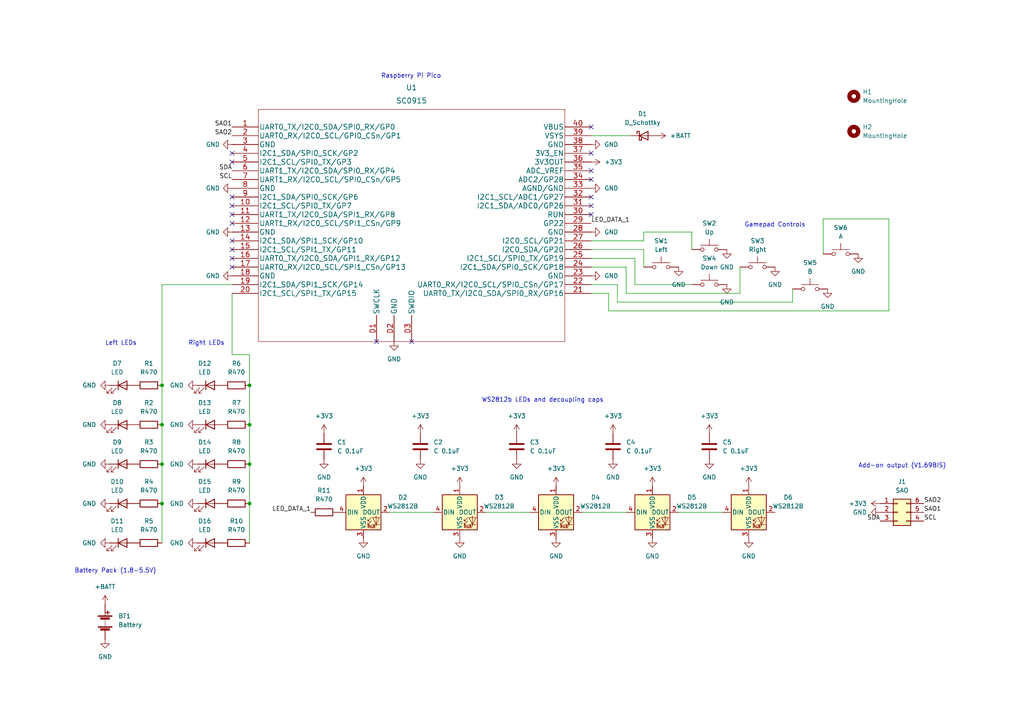
<source format=kicad_sch>
(kicad_sch (version 20211123) (generator eeschema)
  (paper "A4")
  (title_block (title "Molly the Mermaid") (rev "1.4") (company "GalaxyAllie"))
  (lib_symbols
    (symbol "Connector_Generic:Conn_02x03_Counter_Clockwise" (pin_names (offset 1.016) hide)
      (property "Reference" "J" (at 1.27 5.08 0))
      (property "Value" "Conn_02x03_Counter_Clockwise" (at 1.27 -5.08 0))
      (symbol "Conn_02x03_Counter_Clockwise_1_1"
        (rectangle (start -1.27 -2.413) (end 0 -2.667) (stroke (width 0.1524)))
        (rectangle (start -1.27 0.127) (end 0 -0.127) (stroke (width 0.1524)))
        (rectangle (start -1.27 2.667) (end 0 2.413) (stroke (width 0.1524)))
        (rectangle (start -1.27 3.81) (end 3.81 -3.81) (stroke (width 0.254)) (fill (type background)))
        (rectangle (start 3.81 -2.413) (end 2.54 -2.667) (stroke (width 0.1524)))
        (rectangle (start 3.81 0.127) (end 2.54 -0.127) (stroke (width 0.1524)))
        (rectangle (start 3.81 2.667) (end 2.54 2.413) (stroke (width 0.1524)))
        (pin passive line (at -5.08 2.54 0) (length 3.81) (name "Pin_1") (number "1"))
        (pin passive line (at -5.08 0 0) (length 3.81) (name "Pin_2") (number "2"))
        (pin passive line (at -5.08 -2.54 0) (length 3.81) (name "Pin_3") (number "3"))
        (pin passive line (at 7.62 -2.54 180) (length 3.81) (name "Pin_4") (number "4"))
        (pin passive line (at 7.62 0 180) (length 3.81) (name "Pin_5") (number "5"))
        (pin passive line (at 7.62 2.54 180) (length 3.81) (name "Pin_6") (number "6"))
      )
    )
    (symbol "Device:Battery" (pin_numbers hide) (pin_names (offset 0) hide)
      (property "Reference" "BT" (at 2.54 2.54 0))
      (property "Value" "Battery" (at 2.54 0 0))
      (symbol "Battery_0_1"
        (rectangle (start -2.032 -1.397) (end 2.032 -1.651) (fill (type outline)))
        (rectangle (start -2.032 1.778) (end 2.032 1.524) (fill (type outline)))
        (rectangle (start -1.3208 -1.9812) (end 1.27 -2.4892) (fill (type outline)))
        (rectangle (start -1.3208 1.1938) (end 1.27 0.6858) (fill (type outline)))
        (polyline (pts (xy 0 -1.524) (xy 0 -1.27)))
        (polyline (pts (xy 0 -1.016) (xy 0 -0.762)))
        (polyline (pts (xy 0 -0.508) (xy 0 -0.254)))
        (polyline (pts (xy 0 0) (xy 0 0.254)))
        (polyline (pts (xy 0 0.508) (xy 0 0.762)))
        (polyline (pts (xy 0 1.778) (xy 0 2.54)))
        (polyline (pts (xy 0.254 2.667) (xy 1.27 2.667)) (stroke (width 0.254)))
        (polyline (pts (xy 0.762 3.175) (xy 0.762 2.159)) (stroke (width 0.254)))
      )
      (symbol "Battery_1_1"
        (pin passive line (at 0 5.08 270) (length 2.54) (name "+") (number "1"))
        (pin passive line (at 0 -5.08 90) (length 2.54) (name "-") (number "2"))
      )
    )
    (symbol "Device:C" (pin_numbers hide) (pin_names (offset 0.254))
      (property "Reference" "C" (at 0.635 2.54 0))
      (property "Value" "C" (at 0.635 -2.54 0))
      (symbol "C_0_1"
        (polyline (pts (xy -2.032 -0.762) (xy 2.032 -0.762)) (stroke (width 0.508)))
        (polyline (pts (xy -2.032 0.762) (xy 2.032 0.762)) (stroke (width 0.508)))
      )
      (symbol "C_1_1"
        (pin passive line (at 0 3.81 270) (length 2.794) (name "~") (number "1"))
        (pin passive line (at 0 -3.81 90) (length 2.794) (name "~") (number "2"))
      )
    )
    (symbol "Device:D_Schottky" (pin_numbers hide) (pin_names (offset 1.016) hide)
      (property "Reference" "D" (at 0 2.54 0))
      (property "Value" "D_Schottky" (at 0 -2.54 0))
      (symbol "D_Schottky_0_1"
        (polyline (pts (xy 1.27 0) (xy -1.27 0)))
        (polyline (pts (xy 1.27 1.27) (xy 1.27 -1.27) (xy -1.27 0) (xy 1.27 1.27)) (stroke (width 0.254)))
        (polyline (pts (xy -1.905 0.635) (xy -1.905 1.27) (xy -1.27 1.27) (xy -1.27 -1.27) (xy -0.635 -1.27) (xy -0.635 -0.635)) (stroke (width 0.254)))
      )
      (symbol "D_Schottky_1_1"
        (pin passive line (at -3.81 0 0) (length 2.54) (name "K") (number "1"))
        (pin passive line (at 3.81 0 180) (length 2.54) (name "A") (number "2"))
      )
    )
    (symbol "Device:LED" (pin_numbers hide) (pin_names (offset 1.016) hide)
      (property "Reference" "D" (at 0 2.54 0))
      (property "Value" "LED" (at 0 -2.54 0))
      (symbol "LED_0_1"
        (polyline (pts (xy -1.27 -1.27) (xy -1.27 1.27)) (stroke (width 0.254)))
        (polyline (pts (xy -1.27 0) (xy 1.27 0)))
        (polyline (pts (xy 1.27 -1.27) (xy 1.27 1.27) (xy -1.27 0) (xy 1.27 -1.27)) (stroke (width 0.254)))
        (polyline (pts (xy -3.048 -0.762) (xy -4.572 -2.286) (xy -3.81 -2.286) (xy -4.572 -2.286) (xy -4.572 -1.524)))
        (polyline (pts (xy -1.778 -0.762) (xy -3.302 -2.286) (xy -2.54 -2.286) (xy -3.302 -2.286) (xy -3.302 -1.524)))
      )
      (symbol "LED_1_1"
        (pin passive line (at -3.81 0 0) (length 2.54) (name "K") (number "1"))
        (pin passive line (at 3.81 0 180) (length 2.54) (name "A") (number "2"))
      )
    )
    (symbol "Device:R" (pin_numbers hide) (pin_names (offset 0))
      (property "Reference" "R" (at 2.032 0 90))
      (property "Value" "R" (at 0 0 90))
      (symbol "R_0_1"
        (rectangle (start -1.016 -2.54) (end 1.016 2.54) (stroke (width 0.254)))
      )
      (symbol "R_1_1"
        (pin passive line (at 0 3.81 270) (length 1.27) (name "~") (number "1"))
        (pin passive line (at 0 -3.81 90) (length 1.27) (name "~") (number "2"))
      )
    )
    (symbol "LED:WS2812B" (pin_names (offset 0.254))
      (property "Reference" "D" (at 5.08 5.715 0))
      (property "Value" "WS2812B" (at 1.27 -5.715 0))
      (symbol "WS2812B_0_0"
        (text "RGB" (at 2.286 -4.191 0) (effects (font (size 0.762 0.762))))
      )
      (symbol "WS2812B_0_1"
        (polyline (pts (xy 1.27 -3.556) (xy 1.778 -3.556)))
        (polyline (pts (xy 1.27 -2.54) (xy 1.778 -2.54)))
        (polyline (pts (xy 4.699 -3.556) (xy 2.667 -3.556)))
        (polyline (pts (xy 2.286 -2.54) (xy 1.27 -3.556) (xy 1.27 -3.048)))
        (polyline (pts (xy 2.286 -1.524) (xy 1.27 -2.54) (xy 1.27 -2.032)))
        (polyline (pts (xy 3.683 -1.016) (xy 3.683 -3.556) (xy 3.683 -4.064)))
        (polyline (pts (xy 4.699 -1.524) (xy 2.667 -1.524) (xy 3.683 -3.556) (xy 4.699 -1.524)))
        (rectangle (start 5.08 5.08) (end -5.08 -5.08) (stroke (width 0.254)) (fill (type background)))
      )
      (symbol "WS2812B_1_1"
        (pin power_in line (at 0 7.62 270) (length 2.54) (name "VDD") (number "1"))
        (pin output line (at 7.62 0 180) (length 2.54) (name "DOUT") (number "2"))
        (pin power_in line (at 0 -7.62 90) (length 2.54) (name "VSS") (number "3"))
        (pin input line (at -7.62 0 0) (length 2.54) (name "DIN") (number "4"))
      )
    )
    (symbol "Mechanical:MountingHole" (pin_names (offset 1.016))
      (property "Reference" "H" (at 0 5.08 0))
      (property "Value" "MountingHole" (at 0 3.175 0))
      (symbol "MountingHole_0_1"
        (circle (center 0 0) (radius 1.27) (stroke (width 1.27)))
      )
    )
    (symbol "Raspberry Pi Pico:SC0915" (pin_names (offset 0.254))
      (property "Reference" "U1" (at 52.07 11.43 0))
      (property "Value" "SC0915" (at 52.07 7.62 0))
      (symbol "SC0915_1_1"
        (polyline (pts (xy 7.62 -62.23) (xy 96.52 -62.23)) (stroke (width 0.127)))
        (polyline (pts (xy 7.62 5.08) (xy 7.62 -62.23)) (stroke (width 0.127)))
        (polyline (pts (xy 96.52 -62.23) (xy 96.52 5.08)) (stroke (width 0.127)))
        (polyline (pts (xy 96.52 5.08) (xy 7.62 5.08)) (stroke (width 0.127)))
        (pin bidirectional line (at 0 0 0) (length 7.62) (name "UART0_TX/I2C0_SDA/SPI0_RX/GP0") (number "1"))
        (pin bidirectional line (at 0 -22.86 0) (length 7.62) (name "I2C1_SCL/SPI0_TX/GP7") (number "10"))
        (pin bidirectional line (at 0 -25.4 0) (length 7.62) (name "UART1_TX/I2C0_SDA/SPI1_RX/GP8") (number "11"))
        (pin bidirectional line (at 0 -27.94 0) (length 7.62) (name "UART1_RX/I2C0_SCL/SPI1_CSn/GP9") (number "12"))
        (pin power_in line (at 0 -30.48 0) (length 7.62) (name "GND") (number "13"))
        (pin bidirectional line (at 0 -33.02 0) (length 7.62) (name "I2C1_SDA/SPI1_SCK/GP10") (number "14"))
        (pin bidirectional line (at 0 -35.56 0) (length 7.62) (name "I2C1_SCL/SPI1_TX/GP11") (number "15"))
        (pin bidirectional line (at 0 -38.1 0) (length 7.62) (name "UART0_TX/I2C0_SDA/GPI1_RX/GP12") (number "16"))
        (pin bidirectional line (at 0 -40.64 0) (length 7.62) (name "UART0_RX/I2C0_SCL/SPI1_CSn/GP13") (number "17"))
        (pin power_in line (at 0 -43.18 0) (length 7.62) (name "GND") (number "18"))
        (pin bidirectional line (at 0 -45.72 0) (length 7.62) (name "I2C1_SDA/SPI1_SCK/GP14") (number "19"))
        (pin bidirectional line (at 0 -2.54 0) (length 7.62) (name "UART0_RX/I2C0_SCL/GPI0_CSn/GP1") (number "2"))
        (pin bidirectional line (at 0 -48.26 0) (length 7.62) (name "I2C1_SCL/SPI1_TX/GP15") (number "20"))
        (pin bidirectional line (at 104.14 -48.26 180) (length 7.62) (name "UART0_TX/I2C0_SDA/SPI0_RX/GP16") (number "21"))
        (pin bidirectional line (at 104.14 -45.72 180) (length 7.62) (name "UART0_RX/I2C0_SCL/SPI0_CSn/GP17") (number "22"))
        (pin power_in line (at 104.14 -43.18 180) (length 7.62) (name "GND") (number "23"))
        (pin bidirectional line (at 104.14 -40.64 180) (length 7.62) (name "I2C1_SDA/SPI0_SCK/GP18") (number "24"))
        (pin bidirectional line (at 104.14 -38.1 180) (length 7.62) (name "I2C1_SCL/SPI0_TX/GP19") (number "25"))
        (pin bidirectional line (at 104.14 -35.56 180) (length 7.62) (name "I2C0_SDA/GP20") (number "26"))
        (pin bidirectional line (at 104.14 -33.02 180) (length 7.62) (name "I2C0_SCL/GP21") (number "27"))
        (pin power_in line (at 104.14 -30.48 180) (length 7.62) (name "GND") (number "28"))
        (pin bidirectional line (at 104.14 -27.94 180) (length 7.62) (name "GP22") (number "29"))
        (pin power_in line (at 0 -5.08 0) (length 7.62) (name "GND") (number "3"))
        (pin unspecified line (at 104.14 -25.4 180) (length 7.62) (name "RUN") (number "30"))
        (pin bidirectional line (at 104.14 -22.86 180) (length 7.62) (name "I2C1_SDA/ADC0/GP26") (number "31"))
        (pin bidirectional line (at 104.14 -20.32 180) (length 7.62) (name "I2C1_SCL/ADC1/GP27") (number "32"))
        (pin power_in line (at 104.14 -17.78 180) (length 7.62) (name "AGND/GND") (number "33"))
        (pin bidirectional line (at 104.14 -15.24 180) (length 7.62) (name "ADC2/GP28") (number "34"))
        (pin power_in line (at 104.14 -12.7 180) (length 7.62) (name "ADC_VREF") (number "35"))
        (pin output line (at 104.14 -10.16 180) (length 7.62) (name "3V3OUT") (number "36"))
        (pin power_in line (at 104.14 -7.62 180) (length 7.62) (name "3V3_EN") (number "37"))
        (pin power_in line (at 104.14 -5.08 180) (length 7.62) (name "GND") (number "38"))
        (pin power_in line (at 104.14 -2.54 180) (length 7.62) (name "VSYS") (number "39"))
        (pin bidirectional line (at 0 -7.62 0) (length 7.62) (name "I2C1_SDA/SPI0_SCK/GP2") (number "4"))
        (pin power_in line (at 104.14 0 180) (length 7.62) (name "VBUS") (number "40"))
        (pin bidirectional line (at 0 -10.16 0) (length 7.62) (name "I2C1_SCL/SPI0_TX/GP3") (number "5"))
        (pin bidirectional line (at 0 -12.7 0) (length 7.62) (name "UART1_TX/I2C0_SDA/SPI0_RX/GP4") (number "6"))
        (pin bidirectional line (at 0 -15.24 0) (length 7.62) (name "UART1_RX/I2C0_SCL/SPI0_CSn/GP5") (number "7"))
        (pin power_in line (at 0 -17.78 0) (length 7.62) (name "GND") (number "8"))
        (pin bidirectional line (at 0 -20.32 0) (length 7.62) (name "I2C1_SDA/SPI0_SCK/GP6") (number "9"))
        (pin unspecified line (at 41.91 -62.23 90) (length 7.62) (name "SWCLK") (number "D1"))
        (pin power_in line (at 46.99 -62.23 90) (length 7.62) (name "GND") (number "D2"))
        (pin unspecified line (at 52.07 -62.23 90) (length 7.62) (name "SWDIO") (number "D3"))
      )
    )
    (symbol "Switch:SW_Push" (pin_numbers hide) (pin_names (offset 1.016) hide)
      (property "Reference" "SW" (at 1.27 2.54 0))
      (property "Value" "SW_Push" (at 0 -1.524 0))
      (symbol "SW_Push_0_1"
        (circle (center -2.032 0) (radius 0.508))
        (polyline (pts (xy 0 1.27) (xy 0 3.048)))
        (polyline (pts (xy 2.54 1.27) (xy -2.54 1.27)))
        (circle (center 2.032 0) (radius 0.508))
        (pin passive line (at -5.08 0 0) (length 2.54) (name "1") (number "1"))
        (pin passive line (at 5.08 0 180) (length 2.54) (name "2") (number "2"))
      )
    )
    (symbol "power:+3V3" (power) (pin_names (offset 0))
      (property "Value" "+3V3" (at 0 3.556 0))
      (symbol "+3V3_0_1"
        (polyline (pts (xy -0.762 1.27) (xy 0 2.54)))
        (polyline (pts (xy 0 0) (xy 0 2.54)))
        (polyline (pts (xy 0 2.54) (xy 0.762 1.27)))
      )
      (symbol "+3V3_1_1"
        (pin power_in line (at 0 0 90) (length 0) hide (name "+3V3") (number "1"))
      )
    )
    (symbol "power:+BATT" (power) (pin_names (offset 0))
      (property "Value" "+BATT" (at 0 3.556 0))
      (symbol "+BATT_0_1"
        (polyline (pts (xy -0.762 1.27) (xy 0 2.54)))
        (polyline (pts (xy 0 0) (xy 0 2.54)))
        (polyline (pts (xy 0 2.54) (xy 0.762 1.27)))
      )
      (symbol "+BATT_1_1"
        (pin power_in line (at 0 0 90) (length 0) hide (name "+BATT") (number "1"))
      )
    )
    (symbol "power:GND" (power) (pin_names (offset 0))
      (property "Value" "GND" (at 0 -3.81 0))
      (symbol "GND_0_1"
        (polyline (pts (xy 0 0) (xy 0 -1.27) (xy 1.27 -1.27) (xy 0 -2.54) (xy -1.27 -1.27) (xy 0 -1.27)))
      )
      (symbol "GND_1_1"
        (pin power_in line (at 0 0 270) (length 0) hide (name "GND") (number "1"))
      )
    )
  )
  (junction (at 72.39 111.76))
  (junction (at 46.99 134.62))
  (junction (at 46.99 111.76))
  (junction (at 46.99 146.05))
  (junction (at 46.99 123.19))
  (junction (at 72.39 146.05))
  (junction (at 72.39 123.19))
  (junction (at 72.39 134.62))
  (no_connect (at 67.31 46.99))
  (no_connect (at 67.31 77.47))
  (no_connect (at 171.45 44.45))
  (no_connect (at 67.31 69.85))
  (no_connect (at 171.45 57.15))
  (no_connect (at 67.31 57.15))
  (no_connect (at 119.38 99.06))
  (no_connect (at 67.31 59.69))
  (no_connect (at 67.31 62.23))
  (no_connect (at 171.45 49.53))
  (no_connect (at 67.31 44.45))
  (no_connect (at 171.45 59.69))
  (no_connect (at 171.45 62.23))
  (no_connect (at 171.45 36.83))
  (no_connect (at 109.22 99.06))
  (no_connect (at 171.45 52.07))
  (no_connect (at 67.31 74.93))
  (no_connect (at 67.31 64.77))
  (no_connect (at 67.31 72.39))
  (wire (pts (xy 176.53 90.17) (xy 257.81 90.17)))
  (wire (pts (xy 46.99 111.76) (xy 46.99 123.19)))
  (wire (pts (xy 171.45 77.47) (xy 181.61 77.47)))
  (wire (pts (xy 113.03 148.59) (xy 125.73 148.59)))
  (wire (pts (xy 171.45 69.85) (xy 186.69 69.85)))
  (wire (pts (xy 72.39 123.19) (xy 72.39 134.62)))
  (wire (pts (xy 46.99 146.05) (xy 46.99 157.48)))
  (wire (pts (xy 46.99 82.55) (xy 46.99 111.76)))
  (wire (pts (xy 67.31 82.55) (xy 46.99 82.55)))
  (wire (pts (xy 67.31 102.87) (xy 72.39 102.87)))
  (wire (pts (xy 72.39 102.87) (xy 72.39 111.76)))
  (wire (pts (xy 171.45 82.55) (xy 179.07 82.55)))
  (wire (pts (xy 168.91 148.59) (xy 181.61 148.59)))
  (wire (pts (xy 72.39 146.05) (xy 72.39 157.48)))
  (wire (pts (xy 176.53 85.09) (xy 176.53 90.17)))
  (wire (pts (xy 257.81 63.5) (xy 238.76 63.5)))
  (wire (pts (xy 72.39 134.62) (xy 72.39 146.05)))
  (wire (pts (xy 214.63 77.47) (xy 214.63 85.09)))
  (wire (pts (xy 72.39 111.76) (xy 72.39 123.19)))
  (wire (pts (xy 179.07 87.63) (xy 229.87 87.63)))
  (wire (pts (xy 67.31 85.09) (xy 67.31 102.87)))
  (wire (pts (xy 181.61 85.09) (xy 214.63 85.09)))
  (wire (pts (xy 184.15 74.93) (xy 184.15 82.55)))
  (wire (pts (xy 46.99 134.62) (xy 46.99 146.05)))
  (wire (pts (xy 238.76 63.5) (xy 238.76 73.66)))
  (wire (pts (xy 171.45 72.39) (xy 186.69 72.39)))
  (wire (pts (xy 200.66 67.31) (xy 200.66 72.39)))
  (wire (pts (xy 186.69 72.39) (xy 186.69 77.47)))
  (wire (pts (xy 181.61 77.47) (xy 181.61 85.09)))
  (wire (pts (xy 196.85 148.59) (xy 209.55 148.59)))
  (wire (pts (xy 184.15 82.55) (xy 200.66 82.55)))
  (wire (pts (xy 229.87 87.63) (xy 229.87 83.82)))
  (wire (pts (xy 186.69 67.31) (xy 200.66 67.31)))
  (wire (pts (xy 140.97 148.59) (xy 153.67 148.59)))
  (wire (pts (xy 171.45 39.37) (xy 182.88 39.37)))
  (wire (pts (xy 171.45 74.93) (xy 184.15 74.93)))
  (wire (pts (xy 257.81 90.17) (xy 257.81 63.5)))
  (wire (pts (xy 179.07 82.55) (xy 179.07 87.63)))
  (wire (pts (xy 171.45 85.09) (xy 176.53 85.09)))
  (wire (pts (xy 186.69 69.85) (xy 186.69 67.31)))
  (wire (pts (xy 46.99 123.19) (xy 46.99 134.62)))
  (text "Add-on output (V1.69BIS)" (at 248.92 135.89 0) (effects (font (size 1.27 1.27)) (justify left bottom)))
  (text "Gamepad Controls" (at 215.9 66.04 0) (effects (font (size 1.27 1.27)) (justify left bottom)))
  (text "Battery Pack (1.8-5.5V)\n" (at 21.59 166.37 0) (effects (font (size 1.27 1.27)) (justify left bottom)))
  (text "Raspberry Pi Pico\n" (at 110.49 22.86 0) (effects (font (size 1.27 1.27)) (justify left bottom)))
  (text "Right LEDs" (at 54.61 100.33 0) (effects (font (size 1.27 1.27)) (justify left bottom)))
  (text "WS2812b LEDs and decoupling caps\n" (at 139.7 116.84 0) (effects (font (size 1.27 1.27)) (justify left bottom)))
  (text "Left LEDs" (at 30.48 100.33 0) (effects (font (size 1.27 1.27)) (justify left bottom)))
  (label "SAO1" (at 267.97 148.59 0))
  (label "LED_DATA_1" (at 171.45 64.77 0))
  (label "SDA" (at 67.31 49.53 180))
  (label "SCL" (at 267.97 151.13 0))
  (label "SAO2" (at 67.31 39.37 180))
  (label "LED_DATA_1" (at 90.17 148.59 180))
  (label "SAO1" (at 67.31 36.83 180))
  (label "SAO2" (at 267.97 146.05 0))
  (label "SDA" (at 255.27 151.13 180))
  (label "SCL" (at 67.31 52.07 180))
  (symbol (lib_id "power:+3V3") (at 149.86 125.73 0) (unit 1)
    (property "Reference" "#PWR0140" (effects hide))
    (property "Value" "+3V3" (at 149.86 120.65 0))
  )
  (symbol (lib_id "power:GND") (at 57.15 111.76 270) (unit 1)
    (property "Reference" "#PWR0146" (effects hide))
    (property "Value" "GND" (at 53.34 111.7599 90) (effects (justify right)))
  )
  (symbol (lib_id "Switch:SW_Push") (at 234.95 83.82 0) (unit 1)
    (property "Reference" "SW5" (at 234.95 76.2 0))
    (property "Value" "B" (at 234.95 78.74 0))
    (property "Footprint" "Button_Switch_SMD:SW_SPST_TL3342" (effects hide))
  )
  (symbol (lib_id "power:+3V3") (at 217.17 140.97 0) (unit 1)
    (property "Reference" "#PWR0122" (effects hide))
    (property "Value" "+3V3" (at 217.17 135.89 0))
  )
  (symbol (lib_id "Device:R") (at 68.58 134.62 90) (unit 1)
    (property "Reference" "R8" (at 68.58 128.27 90))
    (property "Value" "R470" (at 68.58 130.81 90))
    (property "Footprint" "Resistor_SMD:R_0805_2012Metric_Pad1.20x1.40mm_HandSolder" (effects hide))
  )
  (symbol (lib_id "Switch:SW_Push") (at 205.74 82.55 0) (unit 1)
    (property "Reference" "SW4" (at 205.74 74.93 0))
    (property "Value" "Down" (at 205.74 77.47 0))
    (property "Footprint" "Button_Switch_SMD:SW_SPST_TL3342" (effects hide))
  )
  (symbol (lib_id "power:GND") (at 57.15 123.19 270) (unit 1)
    (property "Reference" "#PWR0147" (effects hide))
    (property "Value" "GND" (at 53.34 123.1899 90) (effects (justify right)))
  )
  (symbol (lib_id "LED:WS2812B") (at 105.41 148.59 0) (unit 1)
    (property "Reference" "D2" (at 116.84 144.2593 0))
    (property "Value" "WS2812B" (at 116.84 146.7993 0))
    (property "Footprint" "LED_SMD:LED_WS2812B_PLCC4_5.0x5.0mm_P3.2mm" (effects hide))
    (property "Datasheet" "https://cdn-shop.adafruit.com/datasheets/WS2812B.pdf" (effects hide))
  )
  (symbol (lib_id "power:+3V3") (at 133.35 140.97 0) (unit 1)
    (property "Reference" "#PWR0123" (effects hide))
    (property "Value" "+3V3" (at 133.35 135.89 0))
  )
  (symbol (lib_id "power:+3V3") (at 105.41 140.97 0) (unit 1)
    (property "Reference" "#PWR0126" (effects hide))
    (property "Value" "+3V3" (at 105.41 135.89 0))
  )
  (symbol (lib_id "power:GND") (at 57.15 134.62 270) (unit 1)
    (property "Reference" "#PWR0148" (effects hide))
    (property "Value" "GND" (at 53.34 134.6199 90) (effects (justify right)))
  )
  (symbol (lib_id "power:+3V3") (at 189.23 140.97 0) (unit 1)
    (property "Reference" "#PWR0130" (effects hide))
    (property "Value" "+3V3" (at 189.23 135.89 0))
  )
  (symbol (lib_id "power:GND") (at 67.31 54.61 270) (unit 1)
    (property "Reference" "#PWR0105" (effects hide))
    (property "Value" "GND" (at 59.69 54.61 90) (effects (justify left)))
  )
  (symbol (lib_id "Switch:SW_Push") (at 191.77 77.47 0) (unit 1)
    (property "Reference" "SW1" (at 191.77 69.85 0))
    (property "Value" "Left" (at 191.77 72.39 0))
    (property "Footprint" "Button_Switch_SMD:SW_SPST_TL3342" (effects hide))
  )
  (symbol (lib_id "power:GND") (at 30.48 185.42 0) (unit 1)
    (property "Reference" "#PWR0111" (effects hide))
    (property "Value" "GND" (at 30.48 190.5 0))
  )
  (symbol (lib_id "LED:WS2812B") (at 161.29 148.59 0) (unit 1)
    (property "Reference" "D4" (at 172.72 144.2593 0))
    (property "Value" "WS2812B" (at 172.72 146.7993 0))
    (property "Footprint" "LED_SMD:LED_WS2812B_PLCC4_5.0x5.0mm_P3.2mm" (effects hide))
    (property "Datasheet" "https://cdn-shop.adafruit.com/datasheets/WS2812B.pdf" (effects hide))
  )
  (symbol (lib_id "Device:R") (at 68.58 123.19 90) (unit 1)
    (property "Reference" "R7" (at 68.58 116.84 90))
    (property "Value" "R470" (at 68.58 119.38 90))
    (property "Footprint" "Resistor_SMD:R_0805_2012Metric_Pad1.20x1.40mm_HandSolder" (effects hide))
  )
  (symbol (lib_id "power:+3V3") (at 171.45 46.99 270) (unit 1)
    (property "Reference" "#PWR0120" (effects hide))
    (property "Value" "+3V3" (at 175.26 46.9899 90) (effects (justify left)))
  )
  (symbol (lib_id "Device:R") (at 43.18 111.76 90) (unit 1)
    (property "Reference" "R1" (at 43.18 105.41 90))
    (property "Value" "R470" (at 43.18 107.95 90))
    (property "Footprint" "Resistor_SMD:R_0805_2012Metric_Pad1.20x1.40mm_HandSolder" (effects hide))
  )
  (symbol (lib_id "power:GND") (at 210.82 72.39 0) (unit 1)
    (property "Reference" "#PWR0115" (effects hide))
    (property "Value" "GND" (at 210.82 77.47 0))
  )
  (symbol (lib_id "Device:Battery") (at 30.48 180.34 0) (unit 1)
    (property "Reference" "BT1" (at 34.29 178.6889 0) (effects (justify left)))
    (property "Value" "Battery" (at 34.29 181.2289 0) (effects (justify left)))
    (property "Footprint" "Connector_JST:JST_PH_S2B-PH-SM4-TB_1x02-1MP_P2.00mm_Horizontal" (effects hide))
  )
  (symbol (lib_id "Device:R") (at 43.18 157.48 90) (unit 1)
    (property "Reference" "R5" (at 43.18 151.13 90))
    (property "Value" "R470" (at 43.18 153.67 90))
    (property "Footprint" "Resistor_SMD:R_0805_2012Metric_Pad1.20x1.40mm_HandSolder" (effects hide))
  )
  (symbol (lib_id "Device:LED") (at 35.56 157.48 0) (unit 1)
    (property "Reference" "D11" (at 33.9725 151.13 0))
    (property "Value" "LED" (at 33.9725 153.67 0))
    (property "Footprint" "LED_SMD:LED_0805_2012Metric_Pad1.15x1.40mm_HandSolder" (effects hide))
  )
  (symbol (lib_id "LED:WS2812B") (at 217.17 148.59 0) (unit 1)
    (property "Reference" "D6" (at 228.6 144.2593 0))
    (property "Value" "WS2812B" (at 228.6 146.7993 0))
    (property "Footprint" "LED_SMD:LED_WS2812B_PLCC4_5.0x5.0mm_P3.2mm" (effects hide))
    (property "Datasheet" "https://cdn-shop.adafruit.com/datasheets/WS2812B.pdf" (effects hide))
  )
  (symbol (lib_id "power:GND") (at 161.29 156.21 0) (unit 1)
    (property "Reference" "#PWR0125" (effects hide))
    (property "Value" "GND" (at 161.29 161.29 0))
  )
  (symbol (lib_id "Connector_Generic:Conn_02x03_Counter_Clockwise") (at 260.35 148.59 0) (unit 1)
    (property "Reference" "J1" (at 261.62 139.7 0))
    (property "Value" "SAO" (at 261.62 142.24 0))
    (property "Footprint" "Connector_PinSocket_2.54mm:PinSocket_2x03_P2.54mm_Vertical" (effects hide))
  )
  (symbol (lib_id "Device:LED") (at 35.56 134.62 0) (unit 1)
    (property "Reference" "D9" (at 33.9725 128.27 0))
    (property "Value" "LED" (at 33.9725 130.81 0))
    (property "Footprint" "LED_SMD:LED_0805_2012Metric_Pad1.15x1.40mm_HandSolder" (effects hide))
  )
  (symbol (lib_id "Mechanical:MountingHole") (at 247.65 38.1 0) (unit 1)
    (property "Reference" "H2" (at 250.19 36.8299 0) (effects (justify left)))
    (property "Value" "MountingHole" (at 250.19 39.3699 0) (effects (justify left)))
    (property "Footprint" "MountingHole:MountingHole_2.2mm_M2" (effects hide))
  )
  (symbol (lib_id "power:GND") (at 67.31 80.01 270) (unit 1)
    (property "Reference" "#PWR0107" (effects hide))
    (property "Value" "GND" (at 59.69 80.01 90) (effects (justify left)))
  )
  (symbol (lib_id "power:+3V3") (at 93.98 125.73 0) (unit 1)
    (property "Reference" "#PWR0136" (effects hide))
    (property "Value" "+3V3" (at 93.98 120.65 0))
  )
  (symbol (lib_id "Switch:SW_Push") (at 219.71 77.47 0) (unit 1)
    (property "Reference" "SW3" (at 219.71 69.85 0))
    (property "Value" "Right" (at 219.71 72.39 0))
    (property "Footprint" "Button_Switch_SMD:SW_SPST_TL3342" (effects hide))
  )
  (symbol (lib_id "power:GND") (at 248.92 73.66 0) (unit 1)
    (property "Reference" "#PWR0118" (effects hide))
    (property "Value" "GND" (at 248.92 78.74 0))
  )
  (symbol (lib_id "Device:LED") (at 35.56 146.05 0) (unit 1)
    (property "Reference" "D10" (at 33.9725 139.7 0))
    (property "Value" "LED" (at 33.9725 142.24 0))
    (property "Footprint" "LED_SMD:LED_0805_2012Metric_Pad1.15x1.40mm_HandSolder" (effects hide))
  )
  (symbol (lib_id "power:GND") (at 171.45 54.61 90) (unit 1)
    (property "Reference" "#PWR0108" (effects hide))
    (property "Value" "GND" (at 175.26 54.6099 90) (effects (justify right)))
  )
  (symbol (lib_id "Device:R") (at 68.58 146.05 90) (unit 1)
    (property "Reference" "R9" (at 68.58 139.7 90))
    (property "Value" "R470" (at 68.58 142.24 90))
    (property "Footprint" "Resistor_SMD:R_0805_2012Metric_Pad1.20x1.40mm_HandSolder" (effects hide))
  )
  (symbol (lib_id "power:GND") (at 171.45 80.01 90) (unit 1)
    (property "Reference" "#PWR0102" (effects hide))
    (property "Value" "GND" (at 175.26 80.0099 90) (effects (justify right)))
  )
  (symbol (lib_id "power:GND") (at 31.75 134.62 270) (unit 1)
    (property "Reference" "#PWR0150" (effects hide))
    (property "Value" "GND" (at 27.94 134.6199 90) (effects (justify right)))
  )
  (symbol (lib_id "Mechanical:MountingHole") (at 247.65 27.94 0) (unit 1)
    (property "Reference" "H1" (at 250.19 26.6699 0) (effects (justify left)))
    (property "Value" "MountingHole" (at 250.19 29.2099 0) (effects (justify left)))
    (property "Footprint" "MountingHole:MountingHole_2.2mm_M2" (effects hide))
  )
  (symbol (lib_id "Device:C") (at 177.8 129.54 0) (unit 1)
    (property "Reference" "C4" (at 181.61 128.2699 0) (effects (justify left)))
    (property "Value" "C 0.1uF" (at 181.61 130.8099 0) (effects (justify left)))
    (property "Footprint" "Capacitor_SMD:C_0805_2012Metric_Pad1.18x1.45mm_HandSolder" (effects hide))
  )
  (symbol (lib_id "power:+BATT") (at 190.5 39.37 270) (unit 1)
    (property "Reference" "#PWR0109" (effects hide))
    (property "Value" "+BATT" (at 194.31 39.3699 90) (effects (justify left)))
  )
  (symbol (lib_id "power:GND") (at 57.15 157.48 270) (unit 1)
    (property "Reference" "#PWR0144" (effects hide))
    (property "Value" "GND" (at 53.34 157.4799 90) (effects (justify right)))
  )
  (symbol (lib_id "Device:R") (at 43.18 134.62 90) (unit 1)
    (property "Reference" "R3" (at 43.18 128.27 90))
    (property "Value" "R470" (at 43.18 130.81 90))
    (property "Footprint" "Resistor_SMD:R_0805_2012Metric_Pad1.20x1.40mm_HandSolder" (effects hide))
  )
  (symbol (lib_id "Device:D_Schottky") (at 186.69 39.37 0) (unit 1)
    (property "Reference" "D1" (at 186.3725 33.02 0))
    (property "Value" "D_Schottky" (at 186.3725 35.56 0))
    (property "Footprint" "Diode_SMD:D_SOD-123F" (effects hide))
  )
  (symbol (lib_id "power:GND") (at 171.45 67.31 90) (unit 1)
    (property "Reference" "#PWR0101" (effects hide))
    (property "Value" "GND" (at 175.26 67.3099 90) (effects (justify right)))
  )
  (symbol (lib_id "LED:WS2812B") (at 133.35 148.59 0) (unit 1)
    (property "Reference" "D3" (at 144.78 144.2593 0))
    (property "Value" "WS2812B" (at 144.78 146.7993 0))
    (property "Footprint" "LED_SMD:LED_WS2812B_PLCC4_5.0x5.0mm_P3.2mm" (effects hide))
    (property "Datasheet" "https://cdn-shop.adafruit.com/datasheets/WS2812B.pdf" (effects hide))
  )
  (symbol (lib_id "Device:R") (at 43.18 123.19 90) (unit 1)
    (property "Reference" "R2" (at 43.18 116.84 90))
    (property "Value" "R470" (at 43.18 119.38 90))
    (property "Footprint" "Resistor_SMD:R_0805_2012Metric_Pad1.20x1.40mm_HandSolder" (effects hide))
  )
  (symbol (lib_id "Device:R") (at 43.18 146.05 90) (unit 1)
    (property "Reference" "R4" (at 43.18 139.7 90))
    (property "Value" "R470" (at 43.18 142.24 90))
    (property "Footprint" "Resistor_SMD:R_0805_2012Metric_Pad1.20x1.40mm_HandSolder" (effects hide))
  )
  (symbol (lib_id "power:GND") (at 31.75 157.48 270) (unit 1)
    (property "Reference" "#PWR0145" (effects hide))
    (property "Value" "GND" (at 27.94 157.4799 90) (effects (justify right)))
  )
  (symbol (lib_id "power:+3V3") (at 177.8 125.73 0) (unit 1)
    (property "Reference" "#PWR0134" (effects hide))
    (property "Value" "+3V3" (at 177.8 120.65 0))
  )
  (symbol (lib_id "power:GND") (at 114.3 99.06 0) (unit 1)
    (property "Reference" "#PWR0103" (effects hide))
    (property "Value" "GND" (at 114.3 104.14 0))
  )
  (symbol (lib_id "Device:LED") (at 60.96 111.76 0) (unit 1)
    (property "Reference" "D12" (at 59.3725 105.41 0))
    (property "Value" "LED" (at 59.3725 107.95 0))
    (property "Footprint" "LED_SMD:LED_0805_2012Metric_Pad1.15x1.40mm_HandSolder" (effects hide))
  )
  (symbol (lib_id "power:GND") (at 255.27 148.59 270) (unit 1)
    (property "Reference" "#PWR0131" (effects hide))
    (property "Value" "GND" (at 251.46 148.5899 90) (effects (justify right)))
  )
  (symbol (lib_id "power:GND") (at 210.82 82.55 0) (unit 1)
    (property "Reference" "#PWR0116" (effects hide))
    (property "Value" "GND" (at 210.82 87.63 0))
  )
  (symbol (lib_id "Device:C") (at 205.74 129.54 0) (unit 1)
    (property "Reference" "C5" (at 209.55 128.2699 0) (effects (justify left)))
    (property "Value" "C 0.1uF" (at 209.55 130.8099 0) (effects (justify left)))
    (property "Footprint" "Capacitor_SMD:C_0805_2012Metric_Pad1.18x1.45mm_HandSolder" (effects hide))
  )
  (symbol (lib_id "Device:C") (at 121.92 129.54 0) (unit 1)
    (property "Reference" "C2" (at 125.73 128.2699 0) (effects (justify left)))
    (property "Value" "C 0.1uF" (at 125.73 130.8099 0) (effects (justify left)))
    (property "Footprint" "Capacitor_SMD:C_0805_2012Metric_Pad1.18x1.45mm_HandSolder" (effects hide))
  )
  (symbol (lib_id "power:+BATT") (at 30.48 175.26 0) (unit 1)
    (property "Reference" "#PWR0110" (effects hide))
    (property "Value" "+BATT" (at 30.48 170.18 0))
  )
  (symbol (lib_id "Device:C") (at 93.98 129.54 0) (unit 1)
    (property "Reference" "C1" (at 97.79 128.2699 0) (effects (justify left)))
    (property "Value" "C 0.1uF" (at 97.79 130.8099 0) (effects (justify left)))
    (property "Footprint" "Capacitor_SMD:C_0805_2012Metric_Pad1.18x1.45mm_HandSolder" (effects hide))
  )
  (symbol (lib_id "power:GND") (at 240.03 83.82 0) (unit 1)
    (property "Reference" "#PWR0117" (effects hide))
    (property "Value" "GND" (at 240.03 88.9 0))
  )
  (symbol (lib_id "Switch:SW_Push") (at 243.84 73.66 0) (unit 1)
    (property "Reference" "SW6" (at 243.84 66.04 0))
    (property "Value" "A" (at 243.84 68.58 0))
    (property "Footprint" "Button_Switch_SMD:SW_SPST_TL3342" (effects hide))
  )
  (symbol (lib_id "power:+3V3") (at 121.92 125.73 0) (unit 1)
    (property "Reference" "#PWR0137" (effects hide))
    (property "Value" "+3V3" (at 121.92 120.65 0))
  )
  (symbol (lib_id "Device:LED") (at 35.56 123.19 0) (unit 1)
    (property "Reference" "D8" (at 33.9725 116.84 0))
    (property "Value" "LED" (at 33.9725 119.38 0))
    (property "Footprint" "LED_SMD:LED_0805_2012Metric_Pad1.15x1.40mm_HandSolder" (effects hide))
  )
  (symbol (lib_id "power:GND") (at 105.41 156.21 0) (unit 1)
    (property "Reference" "#PWR0121" (effects hide))
    (property "Value" "GND" (at 105.41 161.29 0))
  )
  (symbol (lib_id "Device:R") (at 93.98 148.59 90) (unit 1)
    (property "Reference" "R11" (at 93.98 142.24 90))
    (property "Value" "R470" (at 93.98 144.78 90))
    (property "Footprint" "Resistor_SMD:R_0805_2012Metric_Pad1.20x1.40mm_HandSolder" (effects hide))
  )
  (symbol (lib_id "power:GND") (at 121.92 133.35 0) (unit 1)
    (property "Reference" "#PWR0139" (effects hide))
    (property "Value" "GND" (at 121.92 138.43 0))
  )
  (symbol (lib_id "Device:LED") (at 60.96 134.62 0) (unit 1)
    (property "Reference" "D14" (at 59.3725 128.27 0))
    (property "Value" "LED" (at 59.3725 130.81 0))
    (property "Footprint" "LED_SMD:LED_0805_2012Metric_Pad1.15x1.40mm_HandSolder" (effects hide))
  )
  (symbol (lib_id "power:GND") (at 57.15 146.05 270) (unit 1)
    (property "Reference" "#PWR0149" (effects hide))
    (property "Value" "GND" (at 53.34 146.0499 90) (effects (justify right)))
  )
  (symbol (lib_id "power:+3V3") (at 205.74 125.73 0) (unit 1)
    (property "Reference" "#PWR0132" (effects hide))
    (property "Value" "+3V3" (at 205.74 120.65 0))
  )
  (symbol (lib_id "Device:LED") (at 60.96 146.05 0) (unit 1)
    (property "Reference" "D15" (at 59.3725 139.7 0))
    (property "Value" "LED" (at 59.3725 142.24 0))
    (property "Footprint" "LED_SMD:LED_0805_2012Metric_Pad1.15x1.40mm_HandSolder" (effects hide))
  )
  (symbol (lib_id "power:GND") (at 31.75 111.76 270) (unit 1)
    (property "Reference" "#PWR0142" (effects hide))
    (property "Value" "GND" (at 27.94 111.7599 90) (effects (justify right)))
  )
  (symbol (lib_id "power:GND") (at 133.35 156.21 0) (unit 1)
    (property "Reference" "#PWR0124" (effects hide))
    (property "Value" "GND" (at 133.35 161.29 0))
  )
  (symbol (lib_id "power:GND") (at 67.31 41.91 270) (unit 1)
    (property "Reference" "#PWR0104" (effects hide))
    (property "Value" "GND" (at 59.69 41.91 90) (effects (justify left)))
  )
  (symbol (lib_id "Raspberry Pi Pico:SC0915") (at 67.31 36.83 0) (unit 1)
    (property "Reference" "U1" (at 119.38 25.4 0) (effects (font (size 1.524 1.524))))
    (property "Value" "SC0915" (at 119.38 29.21 0) (effects (font (size 1.524 1.524))))
    (property "Footprint" "Raspberry Pi Pico:SC0915-No test pads" (effects hide))
  )
  (symbol (lib_id "power:GND") (at 93.98 133.35 0) (unit 1)
    (property "Reference" "#PWR0138" (effects hide))
    (property "Value" "GND" (at 93.98 138.43 0))
  )
  (symbol (lib_id "power:GND") (at 31.75 123.19 270) (unit 1)
    (property "Reference" "#PWR0143" (effects hide))
    (property "Value" "GND" (at 27.94 123.1899 90) (effects (justify right)))
  )
  (symbol (lib_id "power:GND") (at 67.31 67.31 270) (unit 1)
    (property "Reference" "#PWR0106" (effects hide))
    (property "Value" "GND" (at 59.69 67.31 90) (effects (justify left)))
  )
  (symbol (lib_id "Device:LED") (at 60.96 157.48 0) (unit 1)
    (property "Reference" "D16" (at 59.3725 151.13 0))
    (property "Value" "LED" (at 59.3725 153.67 0))
    (property "Footprint" "LED_SMD:LED_0805_2012Metric_Pad1.15x1.40mm_HandSolder" (effects hide))
  )
  (symbol (lib_id "power:GND") (at 31.75 146.05 270) (unit 1)
    (property "Reference" "#PWR0151" (effects hide))
    (property "Value" "GND" (at 27.94 146.0499 90) (effects (justify right)))
  )
  (symbol (lib_id "power:+3V3") (at 255.27 146.05 90) (unit 1)
    (property "Reference" "#PWR0119" (effects hide))
    (property "Value" "+3V3" (at 251.46 146.0499 90) (effects (justify left)))
  )
  (symbol (lib_id "Device:LED") (at 35.56 111.76 0) (unit 1)
    (property "Reference" "D7" (at 33.9725 105.41 0))
    (property "Value" "LED" (at 33.9725 107.95 0))
    (property "Footprint" "LED_SMD:LED_0805_2012Metric_Pad1.15x1.40mm_HandSolder" (effects hide))
  )
  (symbol (lib_id "power:GND") (at 171.45 41.91 90) (unit 1)
    (property "Reference" "#PWR0112" (effects hide))
    (property "Value" "GND" (at 175.26 41.9099 90) (effects (justify right)))
  )
  (symbol (lib_id "power:GND") (at 189.23 156.21 0) (unit 1)
    (property "Reference" "#PWR0128" (effects hide))
    (property "Value" "GND" (at 189.23 161.29 0))
  )
  (symbol (lib_id "Device:R") (at 68.58 111.76 90) (unit 1)
    (property "Reference" "R6" (at 68.58 105.41 90))
    (property "Value" "R470" (at 68.58 107.95 90))
    (property "Footprint" "Resistor_SMD:R_0805_2012Metric_Pad1.20x1.40mm_HandSolder" (effects hide))
  )
  (symbol (lib_id "Device:R") (at 68.58 157.48 90) (unit 1)
    (property "Reference" "R10" (at 68.58 151.13 90))
    (property "Value" "R470" (at 68.58 153.67 90))
    (property "Footprint" "Resistor_SMD:R_0805_2012Metric_Pad1.20x1.40mm_HandSolder" (effects hide))
  )
  (symbol (lib_id "power:GND") (at 196.85 77.47 0) (unit 1)
    (property "Reference" "#PWR0114" (effects hide))
    (property "Value" "GND" (at 196.85 82.55 0))
  )
  (symbol (lib_id "power:+3V3") (at 161.29 140.97 0) (unit 1)
    (property "Reference" "#PWR0127" (effects hide))
    (property "Value" "+3V3" (at 161.29 135.89 0))
  )
  (symbol (lib_id "Device:LED") (at 60.96 123.19 0) (unit 1)
    (property "Reference" "D13" (at 59.3725 116.84 0))
    (property "Value" "LED" (at 59.3725 119.38 0))
    (property "Footprint" "LED_SMD:LED_0805_2012Metric_Pad1.15x1.40mm_HandSolder" (effects hide))
  )
  (symbol (lib_id "power:GND") (at 149.86 133.35 0) (unit 1)
    (property "Reference" "#PWR0141" (effects hide))
    (property "Value" "GND" (at 149.86 138.43 0))
  )
  (symbol (lib_id "LED:WS2812B") (at 189.23 148.59 0) (unit 1)
    (property "Reference" "D5" (at 200.66 144.2593 0))
    (property "Value" "WS2812B" (at 200.66 146.7993 0))
    (property "Footprint" "LED_SMD:LED_WS2812B_PLCC4_5.0x5.0mm_P3.2mm" (effects hide))
    (property "Datasheet" "https://cdn-shop.adafruit.com/datasheets/WS2812B.pdf" (effects hide))
  )
  (symbol (lib_id "power:GND") (at 177.8 133.35 0) (unit 1)
    (property "Reference" "#PWR0135" (effects hide))
    (property "Value" "GND" (at 177.8 138.43 0))
  )
  (symbol (lib_id "power:GND") (at 205.74 133.35 0) (unit 1)
    (property "Reference" "#PWR0133" (effects hide))
    (property "Value" "GND" (at 205.74 138.43 0))
  )
  (symbol (lib_id "power:GND") (at 217.17 156.21 0) (unit 1)
    (property "Reference" "#PWR0129" (effects hide))
    (property "Value" "GND" (at 217.17 161.29 0))
  )
  (symbol (lib_id "power:GND") (at 224.79 77.47 0) (unit 1)
    (property "Reference" "#PWR0113" (effects hide))
    (property "Value" "GND" (at 224.79 82.55 0))
  )
  (symbol (lib_id "Device:C") (at 149.86 129.54 0) (unit 1)
    (property "Reference" "C3" (at 153.67 128.2699 0) (effects (justify left)))
    (property "Value" "C 0.1uF" (at 153.67 130.8099 0) (effects (justify left)))
    (property "Footprint" "Capacitor_SMD:C_0805_2012Metric_Pad1.18x1.45mm_HandSolder" (effects hide))
  )
  (symbol (lib_id "Switch:SW_Push") (at 205.74 72.39 0) (unit 1)
    (property "Reference" "SW2" (at 205.74 64.77 0))
    (property "Value" "Up" (at 205.74 67.31 0))
    (property "Footprint" "Button_Switch_SMD:SW_SPST_TL3342" (effects hide))
  )
)
</source>
